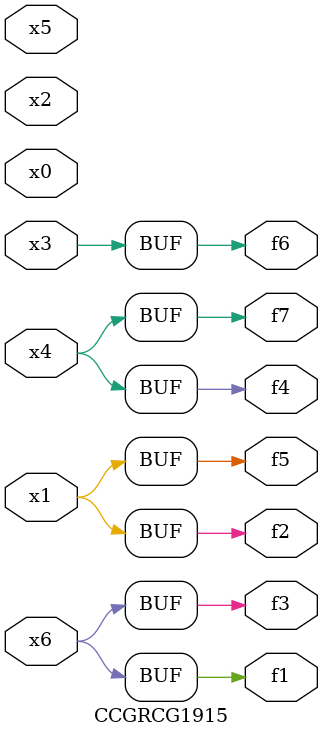
<source format=v>
module CCGRCG1915(
	input x0, x1, x2, x3, x4, x5, x6,
	output f1, f2, f3, f4, f5, f6, f7
);
	assign f1 = x6;
	assign f2 = x1;
	assign f3 = x6;
	assign f4 = x4;
	assign f5 = x1;
	assign f6 = x3;
	assign f7 = x4;
endmodule

</source>
